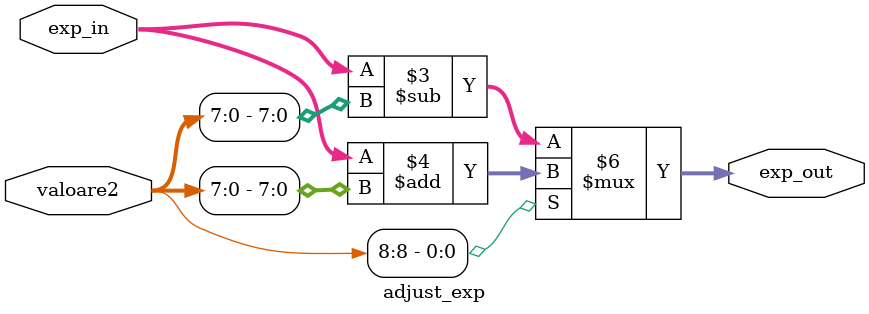
<source format=v>
`timescale 1ns / 1ps

module adjust_exp(
    input [7:0] exp_in,
    input [8:0] valoare2,
    output reg [7:0] exp_out
    );
    
    always @*
    begin
        if (valoare2[8] == 0)
            exp_out = exp_in - valoare2[7:0];
        else
            exp_out = exp_in + valoare2[7:0];
    end
endmodule

</source>
